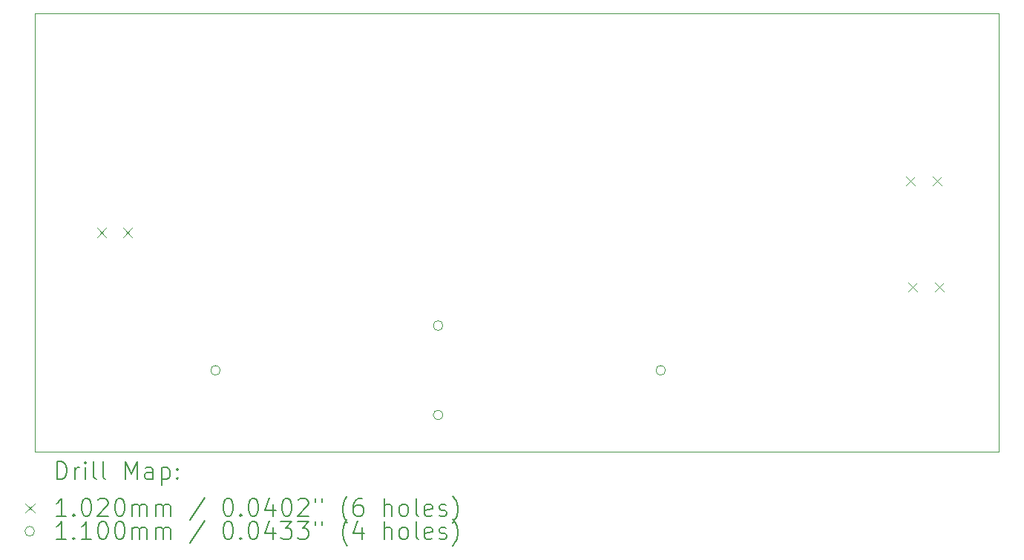
<source format=gbr>
%TF.GenerationSoftware,KiCad,Pcbnew,(6.0.7-1)-1*%
%TF.CreationDate,2022-12-17T15:07:54-05:00*%
%TF.ProjectId,ResistorNetwork,52657369-7374-46f7-924e-6574776f726b,rev?*%
%TF.SameCoordinates,Original*%
%TF.FileFunction,Drillmap*%
%TF.FilePolarity,Positive*%
%FSLAX45Y45*%
G04 Gerber Fmt 4.5, Leading zero omitted, Abs format (unit mm)*
G04 Created by KiCad (PCBNEW (6.0.7-1)-1) date 2022-12-17 15:07:54*
%MOMM*%
%LPD*%
G01*
G04 APERTURE LIST*
%ADD10C,0.100000*%
%ADD11C,0.200000*%
%ADD12C,0.102000*%
%ADD13C,0.110000*%
G04 APERTURE END LIST*
D10*
X2600000Y-2800000D02*
X13600000Y-2800000D01*
X13600000Y-2800000D02*
X13600000Y-7800000D01*
X13600000Y-7800000D02*
X2600000Y-7800000D01*
X2600000Y-7800000D02*
X2600000Y-2800000D01*
D11*
D12*
X3307500Y-5249000D02*
X3409500Y-5351000D01*
X3409500Y-5249000D02*
X3307500Y-5351000D01*
X3607500Y-5249000D02*
X3709500Y-5351000D01*
X3709500Y-5249000D02*
X3607500Y-5351000D01*
X12541500Y-4661000D02*
X12643500Y-4763000D01*
X12643500Y-4661000D02*
X12541500Y-4763000D01*
X12565500Y-5874000D02*
X12667500Y-5976000D01*
X12667500Y-5874000D02*
X12565500Y-5976000D01*
X12841500Y-4661000D02*
X12943500Y-4763000D01*
X12943500Y-4661000D02*
X12841500Y-4763000D01*
X12865500Y-5874000D02*
X12967500Y-5976000D01*
X12967500Y-5874000D02*
X12865500Y-5976000D01*
D13*
X4715000Y-6872500D02*
G75*
G03*
X4715000Y-6872500I-55000J0D01*
G01*
X7255000Y-6362500D02*
G75*
G03*
X7255000Y-6362500I-55000J0D01*
G01*
X7255000Y-7382500D02*
G75*
G03*
X7255000Y-7382500I-55000J0D01*
G01*
X9795000Y-6872500D02*
G75*
G03*
X9795000Y-6872500I-55000J0D01*
G01*
D11*
X2852619Y-8115476D02*
X2852619Y-7915476D01*
X2900238Y-7915476D01*
X2928809Y-7925000D01*
X2947857Y-7944048D01*
X2957381Y-7963095D01*
X2966905Y-8001190D01*
X2966905Y-8029762D01*
X2957381Y-8067857D01*
X2947857Y-8086905D01*
X2928809Y-8105952D01*
X2900238Y-8115476D01*
X2852619Y-8115476D01*
X3052619Y-8115476D02*
X3052619Y-7982143D01*
X3052619Y-8020238D02*
X3062143Y-8001190D01*
X3071667Y-7991667D01*
X3090714Y-7982143D01*
X3109762Y-7982143D01*
X3176428Y-8115476D02*
X3176428Y-7982143D01*
X3176428Y-7915476D02*
X3166905Y-7925000D01*
X3176428Y-7934524D01*
X3185952Y-7925000D01*
X3176428Y-7915476D01*
X3176428Y-7934524D01*
X3300238Y-8115476D02*
X3281190Y-8105952D01*
X3271667Y-8086905D01*
X3271667Y-7915476D01*
X3405000Y-8115476D02*
X3385952Y-8105952D01*
X3376428Y-8086905D01*
X3376428Y-7915476D01*
X3633571Y-8115476D02*
X3633571Y-7915476D01*
X3700238Y-8058333D01*
X3766905Y-7915476D01*
X3766905Y-8115476D01*
X3947857Y-8115476D02*
X3947857Y-8010714D01*
X3938333Y-7991667D01*
X3919286Y-7982143D01*
X3881190Y-7982143D01*
X3862143Y-7991667D01*
X3947857Y-8105952D02*
X3928809Y-8115476D01*
X3881190Y-8115476D01*
X3862143Y-8105952D01*
X3852619Y-8086905D01*
X3852619Y-8067857D01*
X3862143Y-8048809D01*
X3881190Y-8039286D01*
X3928809Y-8039286D01*
X3947857Y-8029762D01*
X4043095Y-7982143D02*
X4043095Y-8182143D01*
X4043095Y-7991667D02*
X4062143Y-7982143D01*
X4100238Y-7982143D01*
X4119286Y-7991667D01*
X4128809Y-8001190D01*
X4138333Y-8020238D01*
X4138333Y-8077381D01*
X4128809Y-8096428D01*
X4119286Y-8105952D01*
X4100238Y-8115476D01*
X4062143Y-8115476D01*
X4043095Y-8105952D01*
X4224048Y-8096428D02*
X4233571Y-8105952D01*
X4224048Y-8115476D01*
X4214524Y-8105952D01*
X4224048Y-8096428D01*
X4224048Y-8115476D01*
X4224048Y-7991667D02*
X4233571Y-8001190D01*
X4224048Y-8010714D01*
X4214524Y-8001190D01*
X4224048Y-7991667D01*
X4224048Y-8010714D01*
D12*
X2493000Y-8394000D02*
X2595000Y-8496000D01*
X2595000Y-8394000D02*
X2493000Y-8496000D01*
D11*
X2957381Y-8535476D02*
X2843095Y-8535476D01*
X2900238Y-8535476D02*
X2900238Y-8335476D01*
X2881190Y-8364048D01*
X2862143Y-8383095D01*
X2843095Y-8392619D01*
X3043095Y-8516429D02*
X3052619Y-8525952D01*
X3043095Y-8535476D01*
X3033571Y-8525952D01*
X3043095Y-8516429D01*
X3043095Y-8535476D01*
X3176428Y-8335476D02*
X3195476Y-8335476D01*
X3214524Y-8345000D01*
X3224048Y-8354524D01*
X3233571Y-8373571D01*
X3243095Y-8411667D01*
X3243095Y-8459286D01*
X3233571Y-8497381D01*
X3224048Y-8516429D01*
X3214524Y-8525952D01*
X3195476Y-8535476D01*
X3176428Y-8535476D01*
X3157381Y-8525952D01*
X3147857Y-8516429D01*
X3138333Y-8497381D01*
X3128809Y-8459286D01*
X3128809Y-8411667D01*
X3138333Y-8373571D01*
X3147857Y-8354524D01*
X3157381Y-8345000D01*
X3176428Y-8335476D01*
X3319286Y-8354524D02*
X3328809Y-8345000D01*
X3347857Y-8335476D01*
X3395476Y-8335476D01*
X3414524Y-8345000D01*
X3424048Y-8354524D01*
X3433571Y-8373571D01*
X3433571Y-8392619D01*
X3424048Y-8421190D01*
X3309762Y-8535476D01*
X3433571Y-8535476D01*
X3557381Y-8335476D02*
X3576428Y-8335476D01*
X3595476Y-8345000D01*
X3605000Y-8354524D01*
X3614524Y-8373571D01*
X3624048Y-8411667D01*
X3624048Y-8459286D01*
X3614524Y-8497381D01*
X3605000Y-8516429D01*
X3595476Y-8525952D01*
X3576428Y-8535476D01*
X3557381Y-8535476D01*
X3538333Y-8525952D01*
X3528809Y-8516429D01*
X3519286Y-8497381D01*
X3509762Y-8459286D01*
X3509762Y-8411667D01*
X3519286Y-8373571D01*
X3528809Y-8354524D01*
X3538333Y-8345000D01*
X3557381Y-8335476D01*
X3709762Y-8535476D02*
X3709762Y-8402143D01*
X3709762Y-8421190D02*
X3719286Y-8411667D01*
X3738333Y-8402143D01*
X3766905Y-8402143D01*
X3785952Y-8411667D01*
X3795476Y-8430714D01*
X3795476Y-8535476D01*
X3795476Y-8430714D02*
X3805000Y-8411667D01*
X3824048Y-8402143D01*
X3852619Y-8402143D01*
X3871667Y-8411667D01*
X3881190Y-8430714D01*
X3881190Y-8535476D01*
X3976428Y-8535476D02*
X3976428Y-8402143D01*
X3976428Y-8421190D02*
X3985952Y-8411667D01*
X4005000Y-8402143D01*
X4033571Y-8402143D01*
X4052619Y-8411667D01*
X4062143Y-8430714D01*
X4062143Y-8535476D01*
X4062143Y-8430714D02*
X4071667Y-8411667D01*
X4090714Y-8402143D01*
X4119286Y-8402143D01*
X4138333Y-8411667D01*
X4147857Y-8430714D01*
X4147857Y-8535476D01*
X4538333Y-8325952D02*
X4366905Y-8583095D01*
X4795476Y-8335476D02*
X4814524Y-8335476D01*
X4833571Y-8345000D01*
X4843095Y-8354524D01*
X4852619Y-8373571D01*
X4862143Y-8411667D01*
X4862143Y-8459286D01*
X4852619Y-8497381D01*
X4843095Y-8516429D01*
X4833571Y-8525952D01*
X4814524Y-8535476D01*
X4795476Y-8535476D01*
X4776429Y-8525952D01*
X4766905Y-8516429D01*
X4757381Y-8497381D01*
X4747857Y-8459286D01*
X4747857Y-8411667D01*
X4757381Y-8373571D01*
X4766905Y-8354524D01*
X4776429Y-8345000D01*
X4795476Y-8335476D01*
X4947857Y-8516429D02*
X4957381Y-8525952D01*
X4947857Y-8535476D01*
X4938333Y-8525952D01*
X4947857Y-8516429D01*
X4947857Y-8535476D01*
X5081190Y-8335476D02*
X5100238Y-8335476D01*
X5119286Y-8345000D01*
X5128810Y-8354524D01*
X5138333Y-8373571D01*
X5147857Y-8411667D01*
X5147857Y-8459286D01*
X5138333Y-8497381D01*
X5128810Y-8516429D01*
X5119286Y-8525952D01*
X5100238Y-8535476D01*
X5081190Y-8535476D01*
X5062143Y-8525952D01*
X5052619Y-8516429D01*
X5043095Y-8497381D01*
X5033571Y-8459286D01*
X5033571Y-8411667D01*
X5043095Y-8373571D01*
X5052619Y-8354524D01*
X5062143Y-8345000D01*
X5081190Y-8335476D01*
X5319286Y-8402143D02*
X5319286Y-8535476D01*
X5271667Y-8325952D02*
X5224048Y-8468810D01*
X5347857Y-8468810D01*
X5462143Y-8335476D02*
X5481190Y-8335476D01*
X5500238Y-8345000D01*
X5509762Y-8354524D01*
X5519286Y-8373571D01*
X5528810Y-8411667D01*
X5528810Y-8459286D01*
X5519286Y-8497381D01*
X5509762Y-8516429D01*
X5500238Y-8525952D01*
X5481190Y-8535476D01*
X5462143Y-8535476D01*
X5443095Y-8525952D01*
X5433571Y-8516429D01*
X5424048Y-8497381D01*
X5414524Y-8459286D01*
X5414524Y-8411667D01*
X5424048Y-8373571D01*
X5433571Y-8354524D01*
X5443095Y-8345000D01*
X5462143Y-8335476D01*
X5605000Y-8354524D02*
X5614524Y-8345000D01*
X5633571Y-8335476D01*
X5681190Y-8335476D01*
X5700238Y-8345000D01*
X5709762Y-8354524D01*
X5719286Y-8373571D01*
X5719286Y-8392619D01*
X5709762Y-8421190D01*
X5595476Y-8535476D01*
X5719286Y-8535476D01*
X5795476Y-8335476D02*
X5795476Y-8373571D01*
X5871667Y-8335476D02*
X5871667Y-8373571D01*
X6166905Y-8611667D02*
X6157381Y-8602143D01*
X6138333Y-8573571D01*
X6128809Y-8554524D01*
X6119286Y-8525952D01*
X6109762Y-8478333D01*
X6109762Y-8440238D01*
X6119286Y-8392619D01*
X6128809Y-8364048D01*
X6138333Y-8345000D01*
X6157381Y-8316428D01*
X6166905Y-8306905D01*
X6328809Y-8335476D02*
X6290714Y-8335476D01*
X6271667Y-8345000D01*
X6262143Y-8354524D01*
X6243095Y-8383095D01*
X6233571Y-8421190D01*
X6233571Y-8497381D01*
X6243095Y-8516429D01*
X6252619Y-8525952D01*
X6271667Y-8535476D01*
X6309762Y-8535476D01*
X6328809Y-8525952D01*
X6338333Y-8516429D01*
X6347857Y-8497381D01*
X6347857Y-8449762D01*
X6338333Y-8430714D01*
X6328809Y-8421190D01*
X6309762Y-8411667D01*
X6271667Y-8411667D01*
X6252619Y-8421190D01*
X6243095Y-8430714D01*
X6233571Y-8449762D01*
X6585952Y-8535476D02*
X6585952Y-8335476D01*
X6671667Y-8535476D02*
X6671667Y-8430714D01*
X6662143Y-8411667D01*
X6643095Y-8402143D01*
X6614524Y-8402143D01*
X6595476Y-8411667D01*
X6585952Y-8421190D01*
X6795476Y-8535476D02*
X6776428Y-8525952D01*
X6766905Y-8516429D01*
X6757381Y-8497381D01*
X6757381Y-8440238D01*
X6766905Y-8421190D01*
X6776428Y-8411667D01*
X6795476Y-8402143D01*
X6824048Y-8402143D01*
X6843095Y-8411667D01*
X6852619Y-8421190D01*
X6862143Y-8440238D01*
X6862143Y-8497381D01*
X6852619Y-8516429D01*
X6843095Y-8525952D01*
X6824048Y-8535476D01*
X6795476Y-8535476D01*
X6976428Y-8535476D02*
X6957381Y-8525952D01*
X6947857Y-8506905D01*
X6947857Y-8335476D01*
X7128809Y-8525952D02*
X7109762Y-8535476D01*
X7071667Y-8535476D01*
X7052619Y-8525952D01*
X7043095Y-8506905D01*
X7043095Y-8430714D01*
X7052619Y-8411667D01*
X7071667Y-8402143D01*
X7109762Y-8402143D01*
X7128809Y-8411667D01*
X7138333Y-8430714D01*
X7138333Y-8449762D01*
X7043095Y-8468810D01*
X7214524Y-8525952D02*
X7233571Y-8535476D01*
X7271667Y-8535476D01*
X7290714Y-8525952D01*
X7300238Y-8506905D01*
X7300238Y-8497381D01*
X7290714Y-8478333D01*
X7271667Y-8468810D01*
X7243095Y-8468810D01*
X7224048Y-8459286D01*
X7214524Y-8440238D01*
X7214524Y-8430714D01*
X7224048Y-8411667D01*
X7243095Y-8402143D01*
X7271667Y-8402143D01*
X7290714Y-8411667D01*
X7366905Y-8611667D02*
X7376428Y-8602143D01*
X7395476Y-8573571D01*
X7405000Y-8554524D01*
X7414524Y-8525952D01*
X7424048Y-8478333D01*
X7424048Y-8440238D01*
X7414524Y-8392619D01*
X7405000Y-8364048D01*
X7395476Y-8345000D01*
X7376428Y-8316428D01*
X7366905Y-8306905D01*
D13*
X2595000Y-8709000D02*
G75*
G03*
X2595000Y-8709000I-55000J0D01*
G01*
D11*
X2957381Y-8799476D02*
X2843095Y-8799476D01*
X2900238Y-8799476D02*
X2900238Y-8599476D01*
X2881190Y-8628048D01*
X2862143Y-8647095D01*
X2843095Y-8656619D01*
X3043095Y-8780429D02*
X3052619Y-8789952D01*
X3043095Y-8799476D01*
X3033571Y-8789952D01*
X3043095Y-8780429D01*
X3043095Y-8799476D01*
X3243095Y-8799476D02*
X3128809Y-8799476D01*
X3185952Y-8799476D02*
X3185952Y-8599476D01*
X3166905Y-8628048D01*
X3147857Y-8647095D01*
X3128809Y-8656619D01*
X3366905Y-8599476D02*
X3385952Y-8599476D01*
X3405000Y-8609000D01*
X3414524Y-8618524D01*
X3424048Y-8637571D01*
X3433571Y-8675667D01*
X3433571Y-8723286D01*
X3424048Y-8761381D01*
X3414524Y-8780429D01*
X3405000Y-8789952D01*
X3385952Y-8799476D01*
X3366905Y-8799476D01*
X3347857Y-8789952D01*
X3338333Y-8780429D01*
X3328809Y-8761381D01*
X3319286Y-8723286D01*
X3319286Y-8675667D01*
X3328809Y-8637571D01*
X3338333Y-8618524D01*
X3347857Y-8609000D01*
X3366905Y-8599476D01*
X3557381Y-8599476D02*
X3576428Y-8599476D01*
X3595476Y-8609000D01*
X3605000Y-8618524D01*
X3614524Y-8637571D01*
X3624048Y-8675667D01*
X3624048Y-8723286D01*
X3614524Y-8761381D01*
X3605000Y-8780429D01*
X3595476Y-8789952D01*
X3576428Y-8799476D01*
X3557381Y-8799476D01*
X3538333Y-8789952D01*
X3528809Y-8780429D01*
X3519286Y-8761381D01*
X3509762Y-8723286D01*
X3509762Y-8675667D01*
X3519286Y-8637571D01*
X3528809Y-8618524D01*
X3538333Y-8609000D01*
X3557381Y-8599476D01*
X3709762Y-8799476D02*
X3709762Y-8666143D01*
X3709762Y-8685190D02*
X3719286Y-8675667D01*
X3738333Y-8666143D01*
X3766905Y-8666143D01*
X3785952Y-8675667D01*
X3795476Y-8694714D01*
X3795476Y-8799476D01*
X3795476Y-8694714D02*
X3805000Y-8675667D01*
X3824048Y-8666143D01*
X3852619Y-8666143D01*
X3871667Y-8675667D01*
X3881190Y-8694714D01*
X3881190Y-8799476D01*
X3976428Y-8799476D02*
X3976428Y-8666143D01*
X3976428Y-8685190D02*
X3985952Y-8675667D01*
X4005000Y-8666143D01*
X4033571Y-8666143D01*
X4052619Y-8675667D01*
X4062143Y-8694714D01*
X4062143Y-8799476D01*
X4062143Y-8694714D02*
X4071667Y-8675667D01*
X4090714Y-8666143D01*
X4119286Y-8666143D01*
X4138333Y-8675667D01*
X4147857Y-8694714D01*
X4147857Y-8799476D01*
X4538333Y-8589952D02*
X4366905Y-8847095D01*
X4795476Y-8599476D02*
X4814524Y-8599476D01*
X4833571Y-8609000D01*
X4843095Y-8618524D01*
X4852619Y-8637571D01*
X4862143Y-8675667D01*
X4862143Y-8723286D01*
X4852619Y-8761381D01*
X4843095Y-8780429D01*
X4833571Y-8789952D01*
X4814524Y-8799476D01*
X4795476Y-8799476D01*
X4776429Y-8789952D01*
X4766905Y-8780429D01*
X4757381Y-8761381D01*
X4747857Y-8723286D01*
X4747857Y-8675667D01*
X4757381Y-8637571D01*
X4766905Y-8618524D01*
X4776429Y-8609000D01*
X4795476Y-8599476D01*
X4947857Y-8780429D02*
X4957381Y-8789952D01*
X4947857Y-8799476D01*
X4938333Y-8789952D01*
X4947857Y-8780429D01*
X4947857Y-8799476D01*
X5081190Y-8599476D02*
X5100238Y-8599476D01*
X5119286Y-8609000D01*
X5128810Y-8618524D01*
X5138333Y-8637571D01*
X5147857Y-8675667D01*
X5147857Y-8723286D01*
X5138333Y-8761381D01*
X5128810Y-8780429D01*
X5119286Y-8789952D01*
X5100238Y-8799476D01*
X5081190Y-8799476D01*
X5062143Y-8789952D01*
X5052619Y-8780429D01*
X5043095Y-8761381D01*
X5033571Y-8723286D01*
X5033571Y-8675667D01*
X5043095Y-8637571D01*
X5052619Y-8618524D01*
X5062143Y-8609000D01*
X5081190Y-8599476D01*
X5319286Y-8666143D02*
X5319286Y-8799476D01*
X5271667Y-8589952D02*
X5224048Y-8732810D01*
X5347857Y-8732810D01*
X5405000Y-8599476D02*
X5528810Y-8599476D01*
X5462143Y-8675667D01*
X5490714Y-8675667D01*
X5509762Y-8685190D01*
X5519286Y-8694714D01*
X5528810Y-8713762D01*
X5528810Y-8761381D01*
X5519286Y-8780429D01*
X5509762Y-8789952D01*
X5490714Y-8799476D01*
X5433571Y-8799476D01*
X5414524Y-8789952D01*
X5405000Y-8780429D01*
X5595476Y-8599476D02*
X5719286Y-8599476D01*
X5652619Y-8675667D01*
X5681190Y-8675667D01*
X5700238Y-8685190D01*
X5709762Y-8694714D01*
X5719286Y-8713762D01*
X5719286Y-8761381D01*
X5709762Y-8780429D01*
X5700238Y-8789952D01*
X5681190Y-8799476D01*
X5624048Y-8799476D01*
X5605000Y-8789952D01*
X5595476Y-8780429D01*
X5795476Y-8599476D02*
X5795476Y-8637571D01*
X5871667Y-8599476D02*
X5871667Y-8637571D01*
X6166905Y-8875667D02*
X6157381Y-8866143D01*
X6138333Y-8837571D01*
X6128809Y-8818524D01*
X6119286Y-8789952D01*
X6109762Y-8742333D01*
X6109762Y-8704238D01*
X6119286Y-8656619D01*
X6128809Y-8628048D01*
X6138333Y-8609000D01*
X6157381Y-8580429D01*
X6166905Y-8570905D01*
X6328809Y-8666143D02*
X6328809Y-8799476D01*
X6281190Y-8589952D02*
X6233571Y-8732810D01*
X6357381Y-8732810D01*
X6585952Y-8799476D02*
X6585952Y-8599476D01*
X6671667Y-8799476D02*
X6671667Y-8694714D01*
X6662143Y-8675667D01*
X6643095Y-8666143D01*
X6614524Y-8666143D01*
X6595476Y-8675667D01*
X6585952Y-8685190D01*
X6795476Y-8799476D02*
X6776428Y-8789952D01*
X6766905Y-8780429D01*
X6757381Y-8761381D01*
X6757381Y-8704238D01*
X6766905Y-8685190D01*
X6776428Y-8675667D01*
X6795476Y-8666143D01*
X6824048Y-8666143D01*
X6843095Y-8675667D01*
X6852619Y-8685190D01*
X6862143Y-8704238D01*
X6862143Y-8761381D01*
X6852619Y-8780429D01*
X6843095Y-8789952D01*
X6824048Y-8799476D01*
X6795476Y-8799476D01*
X6976428Y-8799476D02*
X6957381Y-8789952D01*
X6947857Y-8770905D01*
X6947857Y-8599476D01*
X7128809Y-8789952D02*
X7109762Y-8799476D01*
X7071667Y-8799476D01*
X7052619Y-8789952D01*
X7043095Y-8770905D01*
X7043095Y-8694714D01*
X7052619Y-8675667D01*
X7071667Y-8666143D01*
X7109762Y-8666143D01*
X7128809Y-8675667D01*
X7138333Y-8694714D01*
X7138333Y-8713762D01*
X7043095Y-8732810D01*
X7214524Y-8789952D02*
X7233571Y-8799476D01*
X7271667Y-8799476D01*
X7290714Y-8789952D01*
X7300238Y-8770905D01*
X7300238Y-8761381D01*
X7290714Y-8742333D01*
X7271667Y-8732810D01*
X7243095Y-8732810D01*
X7224048Y-8723286D01*
X7214524Y-8704238D01*
X7214524Y-8694714D01*
X7224048Y-8675667D01*
X7243095Y-8666143D01*
X7271667Y-8666143D01*
X7290714Y-8675667D01*
X7366905Y-8875667D02*
X7376428Y-8866143D01*
X7395476Y-8837571D01*
X7405000Y-8818524D01*
X7414524Y-8789952D01*
X7424048Y-8742333D01*
X7424048Y-8704238D01*
X7414524Y-8656619D01*
X7405000Y-8628048D01*
X7395476Y-8609000D01*
X7376428Y-8580429D01*
X7366905Y-8570905D01*
M02*

</source>
